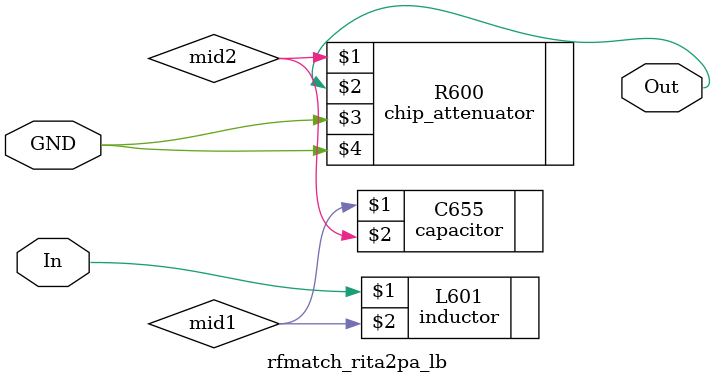
<source format=v>
/* RF Tx path from Rita to PA, low bands */

module rfmatch_rita2pa_lb (In, Out, GND);

input In;
output Out;
input GND;

wire mid1, mid2;

inductor L601 (In, mid1);
capacitor C655 (mid1, mid2);
chip_attenuator R600 (mid2, Out, GND, GND);

endmodule

</source>
